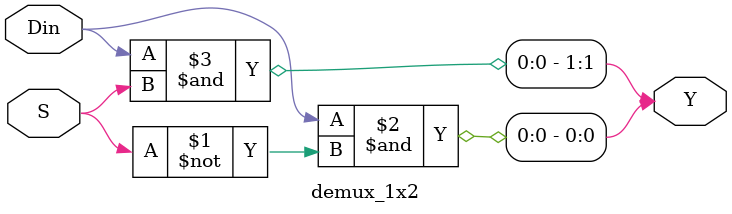
<source format=v>
`timescale 1ns / 1ps


module demux_1x2(Din,S,Y );
input Din;
input S;
output [1:0]Y;
assign Y[0] = Din&~S;
assign Y[1] = Din&S;
endmodule

</source>
